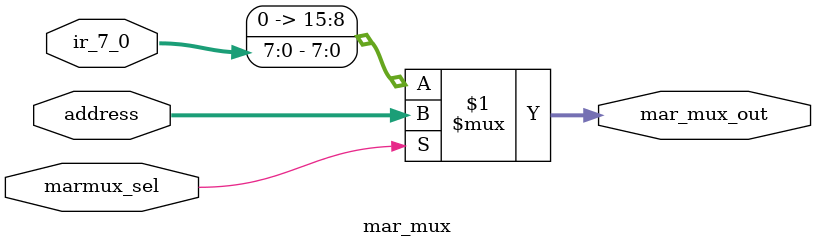
<source format=sv>

module mar_mux (
  input  logic        marmux_sel,   // 0: trap vector ZEXT, 1: datapath address
  input  logic [7:0]  ir_7_0,
  input  logic [15:0] address,      // from the adder
  output logic [15:0] mar_mux_out
);

  // Combinational select
  assign mar_mux_out = (marmux_sel) ? address : {8'h00, ir_7_0};

endmodule
</source>
